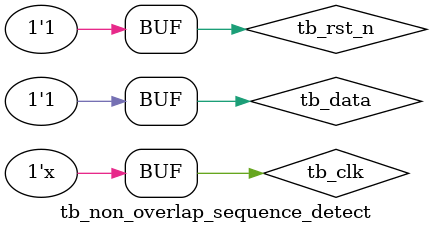
<source format=v>
`timescale 1ns / 1ps


module tb_non_overlap_sequence_detect();

reg     tb_clk;
reg     tb_rst_n;
reg     tb_data;
wire    tb_match;
wire    tb_not_match;

always #2.5 tb_clk = ~tb_clk;

// 011100

initial begin
    tb_clk <= 1'b1;
    tb_rst_n <= 1'b0;
    #10
    tb_rst_n <= 1'b1;
    tb_data <= 1'b0;
    #5
    tb_data <= 1'b0;
    #5
    tb_data <= 1'b1;
    #5
    tb_data <= 1'b1;
    #5
    tb_data <= 1'b1;
    #5
    tb_data <= 1'b1;
    #5
    tb_data <= 1'b0;
    #5
    tb_data <= 1'b0;
    #5
    tb_data <= 1'b1;
    #5
    tb_data <= 1'b1;
    #5
    tb_data <= 1'b1;
    #5
    tb_data <= 1'b0;
    #5
    tb_data <= 1'b1;
end

non_overlap_sequence_detect non_overlap_sequence_detect_inst(

.clk        (tb_clk      ),
.rst_n      (tb_rst_n    ),
.data       (tb_data     ),
.match      (tb_match    ),
.not_match  (tb_not_match)

);


endmodule

</source>
